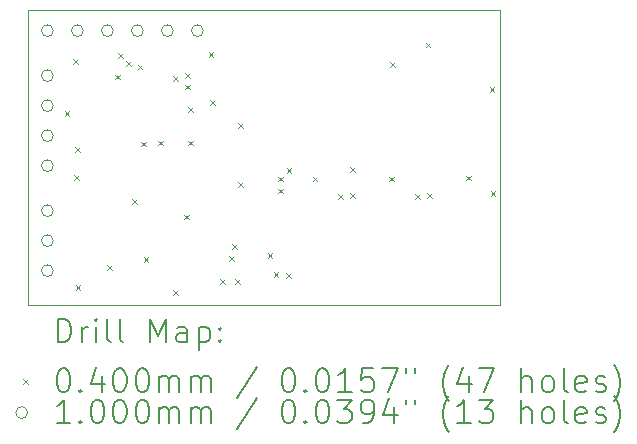
<source format=gbr>
%FSLAX45Y45*%
G04 Gerber Fmt 4.5, Leading zero omitted, Abs format (unit mm)*
G04 Created by KiCad (PCBNEW 6.0.1-79c1e3a40b~116~ubuntu21.04.1) date 2022-02-15 17:28:52*
%MOMM*%
%LPD*%
G01*
G04 APERTURE LIST*
%TA.AperFunction,Profile*%
%ADD10C,0.050000*%
%TD*%
%ADD11C,0.200000*%
%ADD12C,0.040000*%
%ADD13C,0.100000*%
G04 APERTURE END LIST*
D10*
X16000000Y-14000000D02*
X12000000Y-14000000D01*
X16000000Y-16500000D02*
X16000000Y-14000000D01*
X12000000Y-14000000D02*
X12000000Y-16500000D01*
X12000000Y-16500000D02*
X16000000Y-16500000D01*
D11*
D12*
X12312500Y-14852500D02*
X12352500Y-14892500D01*
X12352500Y-14852500D02*
X12312500Y-14892500D01*
X12385000Y-14415000D02*
X12425000Y-14455000D01*
X12425000Y-14415000D02*
X12385000Y-14455000D01*
X12390000Y-15396250D02*
X12430000Y-15436250D01*
X12430000Y-15396250D02*
X12390000Y-15436250D01*
X12400000Y-15160000D02*
X12440000Y-15200000D01*
X12440000Y-15160000D02*
X12400000Y-15200000D01*
X12405000Y-16330000D02*
X12445000Y-16370000D01*
X12445000Y-16330000D02*
X12405000Y-16370000D01*
X12670000Y-16160000D02*
X12710000Y-16200000D01*
X12710000Y-16160000D02*
X12670000Y-16200000D01*
X12740008Y-14544992D02*
X12780008Y-14584992D01*
X12780008Y-14544992D02*
X12740008Y-14584992D01*
X12761931Y-14361994D02*
X12801931Y-14401994D01*
X12801931Y-14361994D02*
X12761931Y-14401994D01*
X12832918Y-14432426D02*
X12872918Y-14472426D01*
X12872918Y-14432426D02*
X12832918Y-14472426D01*
X12882500Y-15601300D02*
X12922500Y-15641300D01*
X12922500Y-15601300D02*
X12882500Y-15641300D01*
X12929043Y-14459995D02*
X12969043Y-14499995D01*
X12969043Y-14459995D02*
X12929043Y-14499995D01*
X12961474Y-15112986D02*
X13001474Y-15152986D01*
X13001474Y-15112986D02*
X12961474Y-15152986D01*
X12980000Y-16090000D02*
X13020000Y-16130000D01*
X13020000Y-16090000D02*
X12980000Y-16130000D01*
X13105000Y-15105000D02*
X13145000Y-15145000D01*
X13145000Y-15105000D02*
X13105000Y-15145000D01*
X13230000Y-14557550D02*
X13270000Y-14597550D01*
X13270000Y-14557550D02*
X13230000Y-14597550D01*
X13230000Y-16370000D02*
X13270000Y-16410000D01*
X13270000Y-16370000D02*
X13230000Y-16410000D01*
X13320092Y-15730000D02*
X13360092Y-15770000D01*
X13360092Y-15730000D02*
X13320092Y-15770000D01*
X13330000Y-14530000D02*
X13370000Y-14570000D01*
X13370000Y-14530000D02*
X13330000Y-14570000D01*
X13330000Y-14629950D02*
X13370000Y-14669950D01*
X13370000Y-14629950D02*
X13330000Y-14669950D01*
X13355000Y-14819803D02*
X13395000Y-14859803D01*
X13395000Y-14819803D02*
X13355000Y-14859803D01*
X13355000Y-15105000D02*
X13395000Y-15145000D01*
X13395000Y-15105000D02*
X13355000Y-15145000D01*
X13530000Y-14355000D02*
X13570000Y-14395000D01*
X13570000Y-14355000D02*
X13530000Y-14395000D01*
X13545000Y-14758500D02*
X13585000Y-14798500D01*
X13585000Y-14758500D02*
X13545000Y-14798500D01*
X13630000Y-16280000D02*
X13670000Y-16320000D01*
X13670000Y-16280000D02*
X13630000Y-16320000D01*
X13705000Y-16080000D02*
X13745000Y-16120000D01*
X13745000Y-16080000D02*
X13705000Y-16120000D01*
X13732500Y-15982500D02*
X13772500Y-16022500D01*
X13772500Y-15982500D02*
X13732500Y-16022500D01*
X13755000Y-16280000D02*
X13795000Y-16320000D01*
X13795000Y-16280000D02*
X13755000Y-16320000D01*
X13780000Y-14958750D02*
X13820000Y-14998750D01*
X13820000Y-14958750D02*
X13780000Y-14998750D01*
X13780000Y-15458750D02*
X13820000Y-15498750D01*
X13820000Y-15458750D02*
X13780000Y-15498750D01*
X14030000Y-16055000D02*
X14070000Y-16095000D01*
X14070000Y-16055000D02*
X14030000Y-16095000D01*
X14080000Y-16220000D02*
X14120000Y-16260000D01*
X14120000Y-16220000D02*
X14080000Y-16260000D01*
X14117500Y-15410000D02*
X14157500Y-15450000D01*
X14157500Y-15410000D02*
X14117500Y-15450000D01*
X14117500Y-15510000D02*
X14157500Y-15550000D01*
X14157500Y-15510000D02*
X14117500Y-15550000D01*
X14186265Y-16223735D02*
X14226265Y-16263735D01*
X14226265Y-16223735D02*
X14186265Y-16263735D01*
X14190000Y-15337500D02*
X14230000Y-15377500D01*
X14230000Y-15337500D02*
X14190000Y-15377500D01*
X14410000Y-15410000D02*
X14450000Y-15450000D01*
X14450000Y-15410000D02*
X14410000Y-15450000D01*
X14630000Y-15555000D02*
X14670000Y-15595000D01*
X14670000Y-15555000D02*
X14630000Y-15595000D01*
X14730000Y-15330000D02*
X14770000Y-15370000D01*
X14770000Y-15330000D02*
X14730000Y-15370000D01*
X14730000Y-15550000D02*
X14770000Y-15590000D01*
X14770000Y-15550000D02*
X14730000Y-15590000D01*
X15060000Y-15410000D02*
X15100000Y-15450000D01*
X15100000Y-15410000D02*
X15060000Y-15450000D01*
X15070000Y-14440000D02*
X15110000Y-14480000D01*
X15110000Y-14440000D02*
X15070000Y-14480000D01*
X15280000Y-15555000D02*
X15320000Y-15595000D01*
X15320000Y-15555000D02*
X15280000Y-15595000D01*
X15368500Y-14275000D02*
X15408500Y-14315000D01*
X15408500Y-14275000D02*
X15368500Y-14315000D01*
X15380000Y-15550000D02*
X15420000Y-15590000D01*
X15420000Y-15550000D02*
X15380000Y-15590000D01*
X15710000Y-15400000D02*
X15750000Y-15440000D01*
X15750000Y-15400000D02*
X15710000Y-15440000D01*
X15910000Y-14650000D02*
X15950000Y-14690000D01*
X15950000Y-14650000D02*
X15910000Y-14690000D01*
X15917500Y-15530000D02*
X15957500Y-15570000D01*
X15957500Y-15530000D02*
X15917500Y-15570000D01*
D13*
X12215000Y-14173000D02*
G75*
G03*
X12215000Y-14173000I-50000J0D01*
G01*
X12215000Y-14554000D02*
G75*
G03*
X12215000Y-14554000I-50000J0D01*
G01*
X12215000Y-14808000D02*
G75*
G03*
X12215000Y-14808000I-50000J0D01*
G01*
X12215000Y-15062000D02*
G75*
G03*
X12215000Y-15062000I-50000J0D01*
G01*
X12215000Y-15316000D02*
G75*
G03*
X12215000Y-15316000I-50000J0D01*
G01*
X12215000Y-15697000D02*
G75*
G03*
X12215000Y-15697000I-50000J0D01*
G01*
X12215000Y-15951000D02*
G75*
G03*
X12215000Y-15951000I-50000J0D01*
G01*
X12215000Y-16205000D02*
G75*
G03*
X12215000Y-16205000I-50000J0D01*
G01*
X12469000Y-14173000D02*
G75*
G03*
X12469000Y-14173000I-50000J0D01*
G01*
X12723000Y-14173000D02*
G75*
G03*
X12723000Y-14173000I-50000J0D01*
G01*
X12977000Y-14173000D02*
G75*
G03*
X12977000Y-14173000I-50000J0D01*
G01*
X13231000Y-14173000D02*
G75*
G03*
X13231000Y-14173000I-50000J0D01*
G01*
X13485000Y-14173000D02*
G75*
G03*
X13485000Y-14173000I-50000J0D01*
G01*
D11*
X12255119Y-16812976D02*
X12255119Y-16612976D01*
X12302738Y-16612976D01*
X12331309Y-16622500D01*
X12350357Y-16641548D01*
X12359881Y-16660595D01*
X12369405Y-16698690D01*
X12369405Y-16727262D01*
X12359881Y-16765357D01*
X12350357Y-16784405D01*
X12331309Y-16803452D01*
X12302738Y-16812976D01*
X12255119Y-16812976D01*
X12455119Y-16812976D02*
X12455119Y-16679643D01*
X12455119Y-16717738D02*
X12464643Y-16698690D01*
X12474167Y-16689167D01*
X12493214Y-16679643D01*
X12512262Y-16679643D01*
X12578928Y-16812976D02*
X12578928Y-16679643D01*
X12578928Y-16612976D02*
X12569405Y-16622500D01*
X12578928Y-16632024D01*
X12588452Y-16622500D01*
X12578928Y-16612976D01*
X12578928Y-16632024D01*
X12702738Y-16812976D02*
X12683690Y-16803452D01*
X12674167Y-16784405D01*
X12674167Y-16612976D01*
X12807500Y-16812976D02*
X12788452Y-16803452D01*
X12778928Y-16784405D01*
X12778928Y-16612976D01*
X13036071Y-16812976D02*
X13036071Y-16612976D01*
X13102738Y-16755833D01*
X13169405Y-16612976D01*
X13169405Y-16812976D01*
X13350357Y-16812976D02*
X13350357Y-16708214D01*
X13340833Y-16689167D01*
X13321786Y-16679643D01*
X13283690Y-16679643D01*
X13264643Y-16689167D01*
X13350357Y-16803452D02*
X13331309Y-16812976D01*
X13283690Y-16812976D01*
X13264643Y-16803452D01*
X13255119Y-16784405D01*
X13255119Y-16765357D01*
X13264643Y-16746309D01*
X13283690Y-16736786D01*
X13331309Y-16736786D01*
X13350357Y-16727262D01*
X13445595Y-16679643D02*
X13445595Y-16879643D01*
X13445595Y-16689167D02*
X13464643Y-16679643D01*
X13502738Y-16679643D01*
X13521786Y-16689167D01*
X13531309Y-16698690D01*
X13540833Y-16717738D01*
X13540833Y-16774881D01*
X13531309Y-16793929D01*
X13521786Y-16803452D01*
X13502738Y-16812976D01*
X13464643Y-16812976D01*
X13445595Y-16803452D01*
X13626548Y-16793929D02*
X13636071Y-16803452D01*
X13626548Y-16812976D01*
X13617024Y-16803452D01*
X13626548Y-16793929D01*
X13626548Y-16812976D01*
X13626548Y-16689167D02*
X13636071Y-16698690D01*
X13626548Y-16708214D01*
X13617024Y-16698690D01*
X13626548Y-16689167D01*
X13626548Y-16708214D01*
D12*
X11957500Y-17122500D02*
X11997500Y-17162500D01*
X11997500Y-17122500D02*
X11957500Y-17162500D01*
D11*
X12293214Y-17032976D02*
X12312262Y-17032976D01*
X12331309Y-17042500D01*
X12340833Y-17052024D01*
X12350357Y-17071071D01*
X12359881Y-17109167D01*
X12359881Y-17156786D01*
X12350357Y-17194881D01*
X12340833Y-17213929D01*
X12331309Y-17223452D01*
X12312262Y-17232976D01*
X12293214Y-17232976D01*
X12274167Y-17223452D01*
X12264643Y-17213929D01*
X12255119Y-17194881D01*
X12245595Y-17156786D01*
X12245595Y-17109167D01*
X12255119Y-17071071D01*
X12264643Y-17052024D01*
X12274167Y-17042500D01*
X12293214Y-17032976D01*
X12445595Y-17213929D02*
X12455119Y-17223452D01*
X12445595Y-17232976D01*
X12436071Y-17223452D01*
X12445595Y-17213929D01*
X12445595Y-17232976D01*
X12626548Y-17099643D02*
X12626548Y-17232976D01*
X12578928Y-17023452D02*
X12531309Y-17166310D01*
X12655119Y-17166310D01*
X12769405Y-17032976D02*
X12788452Y-17032976D01*
X12807500Y-17042500D01*
X12817024Y-17052024D01*
X12826548Y-17071071D01*
X12836071Y-17109167D01*
X12836071Y-17156786D01*
X12826548Y-17194881D01*
X12817024Y-17213929D01*
X12807500Y-17223452D01*
X12788452Y-17232976D01*
X12769405Y-17232976D01*
X12750357Y-17223452D01*
X12740833Y-17213929D01*
X12731309Y-17194881D01*
X12721786Y-17156786D01*
X12721786Y-17109167D01*
X12731309Y-17071071D01*
X12740833Y-17052024D01*
X12750357Y-17042500D01*
X12769405Y-17032976D01*
X12959881Y-17032976D02*
X12978928Y-17032976D01*
X12997976Y-17042500D01*
X13007500Y-17052024D01*
X13017024Y-17071071D01*
X13026548Y-17109167D01*
X13026548Y-17156786D01*
X13017024Y-17194881D01*
X13007500Y-17213929D01*
X12997976Y-17223452D01*
X12978928Y-17232976D01*
X12959881Y-17232976D01*
X12940833Y-17223452D01*
X12931309Y-17213929D01*
X12921786Y-17194881D01*
X12912262Y-17156786D01*
X12912262Y-17109167D01*
X12921786Y-17071071D01*
X12931309Y-17052024D01*
X12940833Y-17042500D01*
X12959881Y-17032976D01*
X13112262Y-17232976D02*
X13112262Y-17099643D01*
X13112262Y-17118690D02*
X13121786Y-17109167D01*
X13140833Y-17099643D01*
X13169405Y-17099643D01*
X13188452Y-17109167D01*
X13197976Y-17128214D01*
X13197976Y-17232976D01*
X13197976Y-17128214D02*
X13207500Y-17109167D01*
X13226548Y-17099643D01*
X13255119Y-17099643D01*
X13274167Y-17109167D01*
X13283690Y-17128214D01*
X13283690Y-17232976D01*
X13378928Y-17232976D02*
X13378928Y-17099643D01*
X13378928Y-17118690D02*
X13388452Y-17109167D01*
X13407500Y-17099643D01*
X13436071Y-17099643D01*
X13455119Y-17109167D01*
X13464643Y-17128214D01*
X13464643Y-17232976D01*
X13464643Y-17128214D02*
X13474167Y-17109167D01*
X13493214Y-17099643D01*
X13521786Y-17099643D01*
X13540833Y-17109167D01*
X13550357Y-17128214D01*
X13550357Y-17232976D01*
X13940833Y-17023452D02*
X13769405Y-17280595D01*
X14197976Y-17032976D02*
X14217024Y-17032976D01*
X14236071Y-17042500D01*
X14245595Y-17052024D01*
X14255119Y-17071071D01*
X14264643Y-17109167D01*
X14264643Y-17156786D01*
X14255119Y-17194881D01*
X14245595Y-17213929D01*
X14236071Y-17223452D01*
X14217024Y-17232976D01*
X14197976Y-17232976D01*
X14178928Y-17223452D01*
X14169405Y-17213929D01*
X14159881Y-17194881D01*
X14150357Y-17156786D01*
X14150357Y-17109167D01*
X14159881Y-17071071D01*
X14169405Y-17052024D01*
X14178928Y-17042500D01*
X14197976Y-17032976D01*
X14350357Y-17213929D02*
X14359881Y-17223452D01*
X14350357Y-17232976D01*
X14340833Y-17223452D01*
X14350357Y-17213929D01*
X14350357Y-17232976D01*
X14483690Y-17032976D02*
X14502738Y-17032976D01*
X14521786Y-17042500D01*
X14531309Y-17052024D01*
X14540833Y-17071071D01*
X14550357Y-17109167D01*
X14550357Y-17156786D01*
X14540833Y-17194881D01*
X14531309Y-17213929D01*
X14521786Y-17223452D01*
X14502738Y-17232976D01*
X14483690Y-17232976D01*
X14464643Y-17223452D01*
X14455119Y-17213929D01*
X14445595Y-17194881D01*
X14436071Y-17156786D01*
X14436071Y-17109167D01*
X14445595Y-17071071D01*
X14455119Y-17052024D01*
X14464643Y-17042500D01*
X14483690Y-17032976D01*
X14740833Y-17232976D02*
X14626548Y-17232976D01*
X14683690Y-17232976D02*
X14683690Y-17032976D01*
X14664643Y-17061548D01*
X14645595Y-17080595D01*
X14626548Y-17090119D01*
X14921786Y-17032976D02*
X14826548Y-17032976D01*
X14817024Y-17128214D01*
X14826548Y-17118690D01*
X14845595Y-17109167D01*
X14893214Y-17109167D01*
X14912262Y-17118690D01*
X14921786Y-17128214D01*
X14931309Y-17147262D01*
X14931309Y-17194881D01*
X14921786Y-17213929D01*
X14912262Y-17223452D01*
X14893214Y-17232976D01*
X14845595Y-17232976D01*
X14826548Y-17223452D01*
X14817024Y-17213929D01*
X14997976Y-17032976D02*
X15131309Y-17032976D01*
X15045595Y-17232976D01*
X15197976Y-17032976D02*
X15197976Y-17071071D01*
X15274167Y-17032976D02*
X15274167Y-17071071D01*
X15569405Y-17309167D02*
X15559881Y-17299643D01*
X15540833Y-17271071D01*
X15531309Y-17252024D01*
X15521786Y-17223452D01*
X15512262Y-17175833D01*
X15512262Y-17137738D01*
X15521786Y-17090119D01*
X15531309Y-17061548D01*
X15540833Y-17042500D01*
X15559881Y-17013929D01*
X15569405Y-17004405D01*
X15731309Y-17099643D02*
X15731309Y-17232976D01*
X15683690Y-17023452D02*
X15636071Y-17166310D01*
X15759881Y-17166310D01*
X15817024Y-17032976D02*
X15950357Y-17032976D01*
X15864643Y-17232976D01*
X16178928Y-17232976D02*
X16178928Y-17032976D01*
X16264643Y-17232976D02*
X16264643Y-17128214D01*
X16255119Y-17109167D01*
X16236071Y-17099643D01*
X16207500Y-17099643D01*
X16188452Y-17109167D01*
X16178928Y-17118690D01*
X16388452Y-17232976D02*
X16369405Y-17223452D01*
X16359881Y-17213929D01*
X16350357Y-17194881D01*
X16350357Y-17137738D01*
X16359881Y-17118690D01*
X16369405Y-17109167D01*
X16388452Y-17099643D01*
X16417024Y-17099643D01*
X16436071Y-17109167D01*
X16445595Y-17118690D01*
X16455119Y-17137738D01*
X16455119Y-17194881D01*
X16445595Y-17213929D01*
X16436071Y-17223452D01*
X16417024Y-17232976D01*
X16388452Y-17232976D01*
X16569405Y-17232976D02*
X16550357Y-17223452D01*
X16540833Y-17204405D01*
X16540833Y-17032976D01*
X16721786Y-17223452D02*
X16702738Y-17232976D01*
X16664643Y-17232976D01*
X16645595Y-17223452D01*
X16636071Y-17204405D01*
X16636071Y-17128214D01*
X16645595Y-17109167D01*
X16664643Y-17099643D01*
X16702738Y-17099643D01*
X16721786Y-17109167D01*
X16731309Y-17128214D01*
X16731309Y-17147262D01*
X16636071Y-17166310D01*
X16807500Y-17223452D02*
X16826548Y-17232976D01*
X16864643Y-17232976D01*
X16883690Y-17223452D01*
X16893214Y-17204405D01*
X16893214Y-17194881D01*
X16883690Y-17175833D01*
X16864643Y-17166310D01*
X16836071Y-17166310D01*
X16817024Y-17156786D01*
X16807500Y-17137738D01*
X16807500Y-17128214D01*
X16817024Y-17109167D01*
X16836071Y-17099643D01*
X16864643Y-17099643D01*
X16883690Y-17109167D01*
X16959881Y-17309167D02*
X16969405Y-17299643D01*
X16988452Y-17271071D01*
X16997976Y-17252024D01*
X17007500Y-17223452D01*
X17017024Y-17175833D01*
X17017024Y-17137738D01*
X17007500Y-17090119D01*
X16997976Y-17061548D01*
X16988452Y-17042500D01*
X16969405Y-17013929D01*
X16959881Y-17004405D01*
D13*
X11997500Y-17406500D02*
G75*
G03*
X11997500Y-17406500I-50000J0D01*
G01*
D11*
X12359881Y-17496976D02*
X12245595Y-17496976D01*
X12302738Y-17496976D02*
X12302738Y-17296976D01*
X12283690Y-17325548D01*
X12264643Y-17344595D01*
X12245595Y-17354119D01*
X12445595Y-17477929D02*
X12455119Y-17487452D01*
X12445595Y-17496976D01*
X12436071Y-17487452D01*
X12445595Y-17477929D01*
X12445595Y-17496976D01*
X12578928Y-17296976D02*
X12597976Y-17296976D01*
X12617024Y-17306500D01*
X12626548Y-17316024D01*
X12636071Y-17335071D01*
X12645595Y-17373167D01*
X12645595Y-17420786D01*
X12636071Y-17458881D01*
X12626548Y-17477929D01*
X12617024Y-17487452D01*
X12597976Y-17496976D01*
X12578928Y-17496976D01*
X12559881Y-17487452D01*
X12550357Y-17477929D01*
X12540833Y-17458881D01*
X12531309Y-17420786D01*
X12531309Y-17373167D01*
X12540833Y-17335071D01*
X12550357Y-17316024D01*
X12559881Y-17306500D01*
X12578928Y-17296976D01*
X12769405Y-17296976D02*
X12788452Y-17296976D01*
X12807500Y-17306500D01*
X12817024Y-17316024D01*
X12826548Y-17335071D01*
X12836071Y-17373167D01*
X12836071Y-17420786D01*
X12826548Y-17458881D01*
X12817024Y-17477929D01*
X12807500Y-17487452D01*
X12788452Y-17496976D01*
X12769405Y-17496976D01*
X12750357Y-17487452D01*
X12740833Y-17477929D01*
X12731309Y-17458881D01*
X12721786Y-17420786D01*
X12721786Y-17373167D01*
X12731309Y-17335071D01*
X12740833Y-17316024D01*
X12750357Y-17306500D01*
X12769405Y-17296976D01*
X12959881Y-17296976D02*
X12978928Y-17296976D01*
X12997976Y-17306500D01*
X13007500Y-17316024D01*
X13017024Y-17335071D01*
X13026548Y-17373167D01*
X13026548Y-17420786D01*
X13017024Y-17458881D01*
X13007500Y-17477929D01*
X12997976Y-17487452D01*
X12978928Y-17496976D01*
X12959881Y-17496976D01*
X12940833Y-17487452D01*
X12931309Y-17477929D01*
X12921786Y-17458881D01*
X12912262Y-17420786D01*
X12912262Y-17373167D01*
X12921786Y-17335071D01*
X12931309Y-17316024D01*
X12940833Y-17306500D01*
X12959881Y-17296976D01*
X13112262Y-17496976D02*
X13112262Y-17363643D01*
X13112262Y-17382690D02*
X13121786Y-17373167D01*
X13140833Y-17363643D01*
X13169405Y-17363643D01*
X13188452Y-17373167D01*
X13197976Y-17392214D01*
X13197976Y-17496976D01*
X13197976Y-17392214D02*
X13207500Y-17373167D01*
X13226548Y-17363643D01*
X13255119Y-17363643D01*
X13274167Y-17373167D01*
X13283690Y-17392214D01*
X13283690Y-17496976D01*
X13378928Y-17496976D02*
X13378928Y-17363643D01*
X13378928Y-17382690D02*
X13388452Y-17373167D01*
X13407500Y-17363643D01*
X13436071Y-17363643D01*
X13455119Y-17373167D01*
X13464643Y-17392214D01*
X13464643Y-17496976D01*
X13464643Y-17392214D02*
X13474167Y-17373167D01*
X13493214Y-17363643D01*
X13521786Y-17363643D01*
X13540833Y-17373167D01*
X13550357Y-17392214D01*
X13550357Y-17496976D01*
X13940833Y-17287452D02*
X13769405Y-17544595D01*
X14197976Y-17296976D02*
X14217024Y-17296976D01*
X14236071Y-17306500D01*
X14245595Y-17316024D01*
X14255119Y-17335071D01*
X14264643Y-17373167D01*
X14264643Y-17420786D01*
X14255119Y-17458881D01*
X14245595Y-17477929D01*
X14236071Y-17487452D01*
X14217024Y-17496976D01*
X14197976Y-17496976D01*
X14178928Y-17487452D01*
X14169405Y-17477929D01*
X14159881Y-17458881D01*
X14150357Y-17420786D01*
X14150357Y-17373167D01*
X14159881Y-17335071D01*
X14169405Y-17316024D01*
X14178928Y-17306500D01*
X14197976Y-17296976D01*
X14350357Y-17477929D02*
X14359881Y-17487452D01*
X14350357Y-17496976D01*
X14340833Y-17487452D01*
X14350357Y-17477929D01*
X14350357Y-17496976D01*
X14483690Y-17296976D02*
X14502738Y-17296976D01*
X14521786Y-17306500D01*
X14531309Y-17316024D01*
X14540833Y-17335071D01*
X14550357Y-17373167D01*
X14550357Y-17420786D01*
X14540833Y-17458881D01*
X14531309Y-17477929D01*
X14521786Y-17487452D01*
X14502738Y-17496976D01*
X14483690Y-17496976D01*
X14464643Y-17487452D01*
X14455119Y-17477929D01*
X14445595Y-17458881D01*
X14436071Y-17420786D01*
X14436071Y-17373167D01*
X14445595Y-17335071D01*
X14455119Y-17316024D01*
X14464643Y-17306500D01*
X14483690Y-17296976D01*
X14617024Y-17296976D02*
X14740833Y-17296976D01*
X14674167Y-17373167D01*
X14702738Y-17373167D01*
X14721786Y-17382690D01*
X14731309Y-17392214D01*
X14740833Y-17411262D01*
X14740833Y-17458881D01*
X14731309Y-17477929D01*
X14721786Y-17487452D01*
X14702738Y-17496976D01*
X14645595Y-17496976D01*
X14626548Y-17487452D01*
X14617024Y-17477929D01*
X14836071Y-17496976D02*
X14874167Y-17496976D01*
X14893214Y-17487452D01*
X14902738Y-17477929D01*
X14921786Y-17449357D01*
X14931309Y-17411262D01*
X14931309Y-17335071D01*
X14921786Y-17316024D01*
X14912262Y-17306500D01*
X14893214Y-17296976D01*
X14855119Y-17296976D01*
X14836071Y-17306500D01*
X14826548Y-17316024D01*
X14817024Y-17335071D01*
X14817024Y-17382690D01*
X14826548Y-17401738D01*
X14836071Y-17411262D01*
X14855119Y-17420786D01*
X14893214Y-17420786D01*
X14912262Y-17411262D01*
X14921786Y-17401738D01*
X14931309Y-17382690D01*
X15102738Y-17363643D02*
X15102738Y-17496976D01*
X15055119Y-17287452D02*
X15007500Y-17430310D01*
X15131309Y-17430310D01*
X15197976Y-17296976D02*
X15197976Y-17335071D01*
X15274167Y-17296976D02*
X15274167Y-17335071D01*
X15569405Y-17573167D02*
X15559881Y-17563643D01*
X15540833Y-17535071D01*
X15531309Y-17516024D01*
X15521786Y-17487452D01*
X15512262Y-17439833D01*
X15512262Y-17401738D01*
X15521786Y-17354119D01*
X15531309Y-17325548D01*
X15540833Y-17306500D01*
X15559881Y-17277929D01*
X15569405Y-17268405D01*
X15750357Y-17496976D02*
X15636071Y-17496976D01*
X15693214Y-17496976D02*
X15693214Y-17296976D01*
X15674167Y-17325548D01*
X15655119Y-17344595D01*
X15636071Y-17354119D01*
X15817024Y-17296976D02*
X15940833Y-17296976D01*
X15874167Y-17373167D01*
X15902738Y-17373167D01*
X15921786Y-17382690D01*
X15931309Y-17392214D01*
X15940833Y-17411262D01*
X15940833Y-17458881D01*
X15931309Y-17477929D01*
X15921786Y-17487452D01*
X15902738Y-17496976D01*
X15845595Y-17496976D01*
X15826548Y-17487452D01*
X15817024Y-17477929D01*
X16178928Y-17496976D02*
X16178928Y-17296976D01*
X16264643Y-17496976D02*
X16264643Y-17392214D01*
X16255119Y-17373167D01*
X16236071Y-17363643D01*
X16207500Y-17363643D01*
X16188452Y-17373167D01*
X16178928Y-17382690D01*
X16388452Y-17496976D02*
X16369405Y-17487452D01*
X16359881Y-17477929D01*
X16350357Y-17458881D01*
X16350357Y-17401738D01*
X16359881Y-17382690D01*
X16369405Y-17373167D01*
X16388452Y-17363643D01*
X16417024Y-17363643D01*
X16436071Y-17373167D01*
X16445595Y-17382690D01*
X16455119Y-17401738D01*
X16455119Y-17458881D01*
X16445595Y-17477929D01*
X16436071Y-17487452D01*
X16417024Y-17496976D01*
X16388452Y-17496976D01*
X16569405Y-17496976D02*
X16550357Y-17487452D01*
X16540833Y-17468405D01*
X16540833Y-17296976D01*
X16721786Y-17487452D02*
X16702738Y-17496976D01*
X16664643Y-17496976D01*
X16645595Y-17487452D01*
X16636071Y-17468405D01*
X16636071Y-17392214D01*
X16645595Y-17373167D01*
X16664643Y-17363643D01*
X16702738Y-17363643D01*
X16721786Y-17373167D01*
X16731309Y-17392214D01*
X16731309Y-17411262D01*
X16636071Y-17430310D01*
X16807500Y-17487452D02*
X16826548Y-17496976D01*
X16864643Y-17496976D01*
X16883690Y-17487452D01*
X16893214Y-17468405D01*
X16893214Y-17458881D01*
X16883690Y-17439833D01*
X16864643Y-17430310D01*
X16836071Y-17430310D01*
X16817024Y-17420786D01*
X16807500Y-17401738D01*
X16807500Y-17392214D01*
X16817024Y-17373167D01*
X16836071Y-17363643D01*
X16864643Y-17363643D01*
X16883690Y-17373167D01*
X16959881Y-17573167D02*
X16969405Y-17563643D01*
X16988452Y-17535071D01*
X16997976Y-17516024D01*
X17007500Y-17487452D01*
X17017024Y-17439833D01*
X17017024Y-17401738D01*
X17007500Y-17354119D01*
X16997976Y-17325548D01*
X16988452Y-17306500D01*
X16969405Y-17277929D01*
X16959881Y-17268405D01*
M02*

</source>
